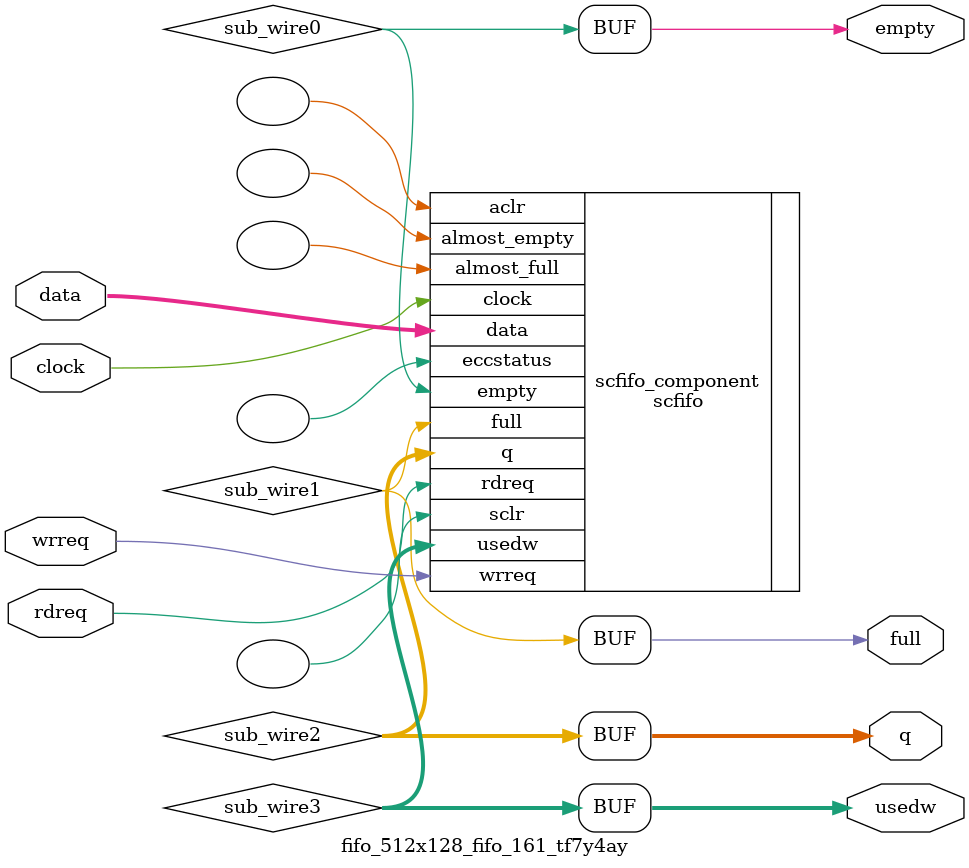
<source format=v>



`timescale 1 ps / 1 ps
// synopsys translate_on
module  fifo_512x128_fifo_161_tf7y4ay  (
    clock,
    data,
    rdreq,
    wrreq,
    empty,
    full,
    q,
    usedw);

    input    clock;
    input  [127:0]  data;
    input    rdreq;
    input    wrreq;
    output   empty;
    output   full;
    output [127:0]  q;
    output [9:0]  usedw;

    wire  sub_wire0;
    wire  sub_wire1;
    wire [127:0] sub_wire2;
    wire [9:0] sub_wire3;
    wire  empty = sub_wire0;
    wire  full = sub_wire1;
    wire [127:0] q = sub_wire2[127:0];
    wire [9:0] usedw = sub_wire3[9:0];

    scfifo  scfifo_component (
                .clock (clock),
                .data (data),
                .rdreq (rdreq),
                .wrreq (wrreq),
                .empty (sub_wire0),
                .full (sub_wire1),
                .q (sub_wire2),
                .usedw (sub_wire3),
                .aclr (),
                .almost_empty (),
                .almost_full (),
                .eccstatus (),
                .sclr ());
    defparam
        scfifo_component.add_ram_output_register  = "OFF",
        scfifo_component.enable_ecc  = "FALSE",
        scfifo_component.intended_device_family  = "Arria 10",
        scfifo_component.lpm_numwords  = 1024,
        scfifo_component.lpm_showahead  = "OFF",
        scfifo_component.lpm_type  = "scfifo",
        scfifo_component.lpm_width  = 128,
        scfifo_component.lpm_widthu  = 10,
        scfifo_component.overflow_checking  = "ON",
        scfifo_component.underflow_checking  = "ON",
        scfifo_component.use_eab  = "ON";


endmodule



</source>
